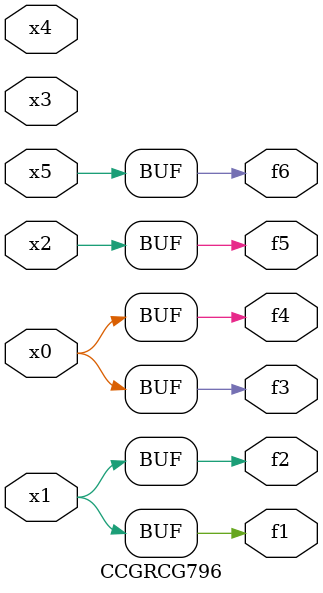
<source format=v>
module CCGRCG796(
	input x0, x1, x2, x3, x4, x5,
	output f1, f2, f3, f4, f5, f6
);
	assign f1 = x1;
	assign f2 = x1;
	assign f3 = x0;
	assign f4 = x0;
	assign f5 = x2;
	assign f6 = x5;
endmodule

</source>
